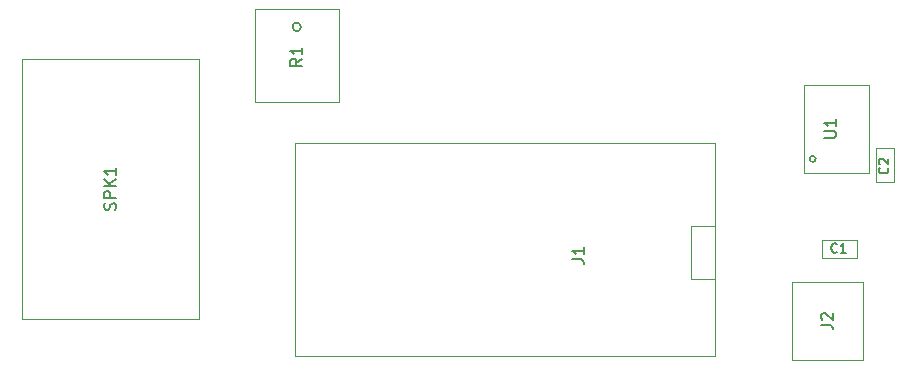
<source format=gbr>
G04 #@! TF.FileFunction,Other,Fab,Top*
%FSLAX46Y46*%
G04 Gerber Fmt 4.6, Leading zero omitted, Abs format (unit mm)*
G04 Created by KiCad (PCBNEW 4.0.1-3.201512221402+6198~38~ubuntu14.04.1-stable) date Sat 13 Aug 2016 09:47:32 AM PDT*
%MOMM*%
G01*
G04 APERTURE LIST*
%ADD10C,0.100000*%
%ADD11C,0.200000*%
%ADD12C,0.050000*%
%ADD13C,0.150000*%
G04 APERTURE END LIST*
D10*
D11*
X166878000Y-92456000D02*
G75*
G03X166878000Y-92456000I-254000J0D01*
G01*
D12*
X165906000Y-86166000D02*
X171406000Y-86166000D01*
X165906000Y-93666000D02*
X165906000Y-86166000D01*
X171406000Y-93666000D02*
X171406000Y-86166000D01*
X165906000Y-93666000D02*
X171406000Y-93666000D01*
X170348000Y-100826000D02*
X167448000Y-100826000D01*
X170348000Y-100826000D02*
X170348000Y-99326000D01*
X167448000Y-100826000D02*
X167448000Y-99326000D01*
X170348000Y-99326000D02*
X167448000Y-99326000D01*
X173470000Y-91514000D02*
X173470000Y-94414000D01*
X173470000Y-91514000D02*
X171970000Y-91514000D01*
X173470000Y-94414000D02*
X171970000Y-94414000D01*
X171970000Y-91514000D02*
X171970000Y-94414000D01*
X170914000Y-102872000D02*
X170906440Y-109472000D01*
X170914000Y-102872000D02*
X164864000Y-102872000D01*
X170914000Y-109472000D02*
X164864000Y-109472000D01*
X164864000Y-102872000D02*
X164864000Y-109472000D01*
D11*
X123295210Y-81280000D02*
G75*
G03X123295210Y-81280000I-359210J0D01*
G01*
D12*
X126492000Y-87630000D02*
X126492000Y-79756000D01*
X119380000Y-87630000D02*
X126492000Y-87630000D01*
X119380000Y-79756000D02*
X119380000Y-87630000D01*
X126492000Y-79756000D02*
X119380000Y-79756000D01*
X114688000Y-83996000D02*
X99688000Y-83996000D01*
X114688000Y-105996000D02*
X114688000Y-83996000D01*
X99688000Y-105996000D02*
X114688000Y-105996000D01*
X99688000Y-83996000D02*
X99688000Y-105996000D01*
X156312000Y-102616000D02*
X158312000Y-102616000D01*
X156312000Y-98116000D02*
X156312000Y-102616000D01*
X158312000Y-98116000D02*
X156312000Y-98116000D01*
X122812000Y-91116000D02*
X122812000Y-109116000D01*
X158312000Y-91116000D02*
X122812000Y-91116000D01*
X158312000Y-109116000D02*
X158312000Y-91116000D01*
X122812000Y-109116000D02*
X158312000Y-109116000D01*
D13*
X167600381Y-90677905D02*
X168409905Y-90677905D01*
X168505143Y-90630286D01*
X168552762Y-90582667D01*
X168600381Y-90487429D01*
X168600381Y-90296952D01*
X168552762Y-90201714D01*
X168505143Y-90154095D01*
X168409905Y-90106476D01*
X167600381Y-90106476D01*
X168600381Y-89106476D02*
X168600381Y-89677905D01*
X168600381Y-89392191D02*
X167600381Y-89392191D01*
X167743238Y-89487429D01*
X167838476Y-89582667D01*
X167886095Y-89677905D01*
X168674667Y-100321714D02*
X168636572Y-100359810D01*
X168522286Y-100397905D01*
X168446096Y-100397905D01*
X168331810Y-100359810D01*
X168255619Y-100283619D01*
X168217524Y-100207429D01*
X168179429Y-100055048D01*
X168179429Y-99940762D01*
X168217524Y-99788381D01*
X168255619Y-99712190D01*
X168331810Y-99636000D01*
X168446096Y-99597905D01*
X168522286Y-99597905D01*
X168636572Y-99636000D01*
X168674667Y-99674095D01*
X169436572Y-100397905D02*
X168979429Y-100397905D01*
X169208000Y-100397905D02*
X169208000Y-99597905D01*
X169131810Y-99712190D01*
X169055619Y-99788381D01*
X168979429Y-99826476D01*
X172965714Y-93187333D02*
X173003810Y-93225428D01*
X173041905Y-93339714D01*
X173041905Y-93415904D01*
X173003810Y-93530190D01*
X172927619Y-93606381D01*
X172851429Y-93644476D01*
X172699048Y-93682571D01*
X172584762Y-93682571D01*
X172432381Y-93644476D01*
X172356190Y-93606381D01*
X172280000Y-93530190D01*
X172241905Y-93415904D01*
X172241905Y-93339714D01*
X172280000Y-93225428D01*
X172318095Y-93187333D01*
X172318095Y-92882571D02*
X172280000Y-92844476D01*
X172241905Y-92768285D01*
X172241905Y-92577809D01*
X172280000Y-92501619D01*
X172318095Y-92463523D01*
X172394286Y-92425428D01*
X172470476Y-92425428D01*
X172584762Y-92463523D01*
X173041905Y-92920666D01*
X173041905Y-92425428D01*
X167346381Y-106505333D02*
X168060667Y-106505333D01*
X168203524Y-106552953D01*
X168298762Y-106648191D01*
X168346381Y-106791048D01*
X168346381Y-106886286D01*
X167441619Y-106076762D02*
X167394000Y-106029143D01*
X167346381Y-105933905D01*
X167346381Y-105695809D01*
X167394000Y-105600571D01*
X167441619Y-105552952D01*
X167536857Y-105505333D01*
X167632095Y-105505333D01*
X167774952Y-105552952D01*
X168346381Y-106124381D01*
X168346381Y-105505333D01*
X123388381Y-83986666D02*
X122912190Y-84320000D01*
X123388381Y-84558095D02*
X122388381Y-84558095D01*
X122388381Y-84177142D01*
X122436000Y-84081904D01*
X122483619Y-84034285D01*
X122578857Y-83986666D01*
X122721714Y-83986666D01*
X122816952Y-84034285D01*
X122864571Y-84081904D01*
X122912190Y-84177142D01*
X122912190Y-84558095D01*
X123388381Y-83034285D02*
X123388381Y-83605714D01*
X123388381Y-83320000D02*
X122388381Y-83320000D01*
X122531238Y-83415238D01*
X122626476Y-83510476D01*
X122674095Y-83605714D01*
X107592762Y-96757905D02*
X107640381Y-96615048D01*
X107640381Y-96376952D01*
X107592762Y-96281714D01*
X107545143Y-96234095D01*
X107449905Y-96186476D01*
X107354667Y-96186476D01*
X107259429Y-96234095D01*
X107211810Y-96281714D01*
X107164190Y-96376952D01*
X107116571Y-96567429D01*
X107068952Y-96662667D01*
X107021333Y-96710286D01*
X106926095Y-96757905D01*
X106830857Y-96757905D01*
X106735619Y-96710286D01*
X106688000Y-96662667D01*
X106640381Y-96567429D01*
X106640381Y-96329333D01*
X106688000Y-96186476D01*
X107640381Y-95757905D02*
X106640381Y-95757905D01*
X106640381Y-95376952D01*
X106688000Y-95281714D01*
X106735619Y-95234095D01*
X106830857Y-95186476D01*
X106973714Y-95186476D01*
X107068952Y-95234095D01*
X107116571Y-95281714D01*
X107164190Y-95376952D01*
X107164190Y-95757905D01*
X107640381Y-94757905D02*
X106640381Y-94757905D01*
X107640381Y-94186476D02*
X107068952Y-94615048D01*
X106640381Y-94186476D02*
X107211810Y-94757905D01*
X107640381Y-93234095D02*
X107640381Y-93805524D01*
X107640381Y-93519810D02*
X106640381Y-93519810D01*
X106783238Y-93615048D01*
X106878476Y-93710286D01*
X106926095Y-93805524D01*
X146264381Y-100949333D02*
X146978667Y-100949333D01*
X147121524Y-100996953D01*
X147216762Y-101092191D01*
X147264381Y-101235048D01*
X147264381Y-101330286D01*
X147264381Y-99949333D02*
X147264381Y-100520762D01*
X147264381Y-100235048D02*
X146264381Y-100235048D01*
X146407238Y-100330286D01*
X146502476Y-100425524D01*
X146550095Y-100520762D01*
M02*

</source>
